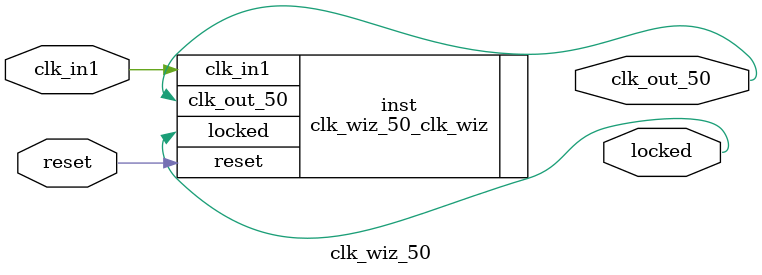
<source format=v>


`timescale 1ps/1ps

(* CORE_GENERATION_INFO = "clk_wiz_50,clk_wiz_v5_3_3_0,{component_name=clk_wiz_50,use_phase_alignment=true,use_min_o_jitter=false,use_max_i_jitter=false,use_dyn_phase_shift=false,use_inclk_switchover=false,use_dyn_reconfig=false,enable_axi=0,feedback_source=FDBK_AUTO,PRIMITIVE=MMCM,num_out_clk=1,clkin1_period=10.0,clkin2_period=10.0,use_power_down=false,use_reset=true,use_locked=true,use_inclk_stopped=false,feedback_type=SINGLE,CLOCK_MGR_TYPE=NA,manual_override=false}" *)

module clk_wiz_50 
 (
  // Clock out ports
  output        clk_out_50,
  // Status and control signals
  input         reset,
  output        locked,
 // Clock in ports
  input         clk_in1
 );

  clk_wiz_50_clk_wiz inst
  (
  // Clock out ports  
  .clk_out_50(clk_out_50),
  // Status and control signals               
  .reset(reset), 
  .locked(locked),
 // Clock in ports
  .clk_in1(clk_in1)
  );

endmodule

</source>
